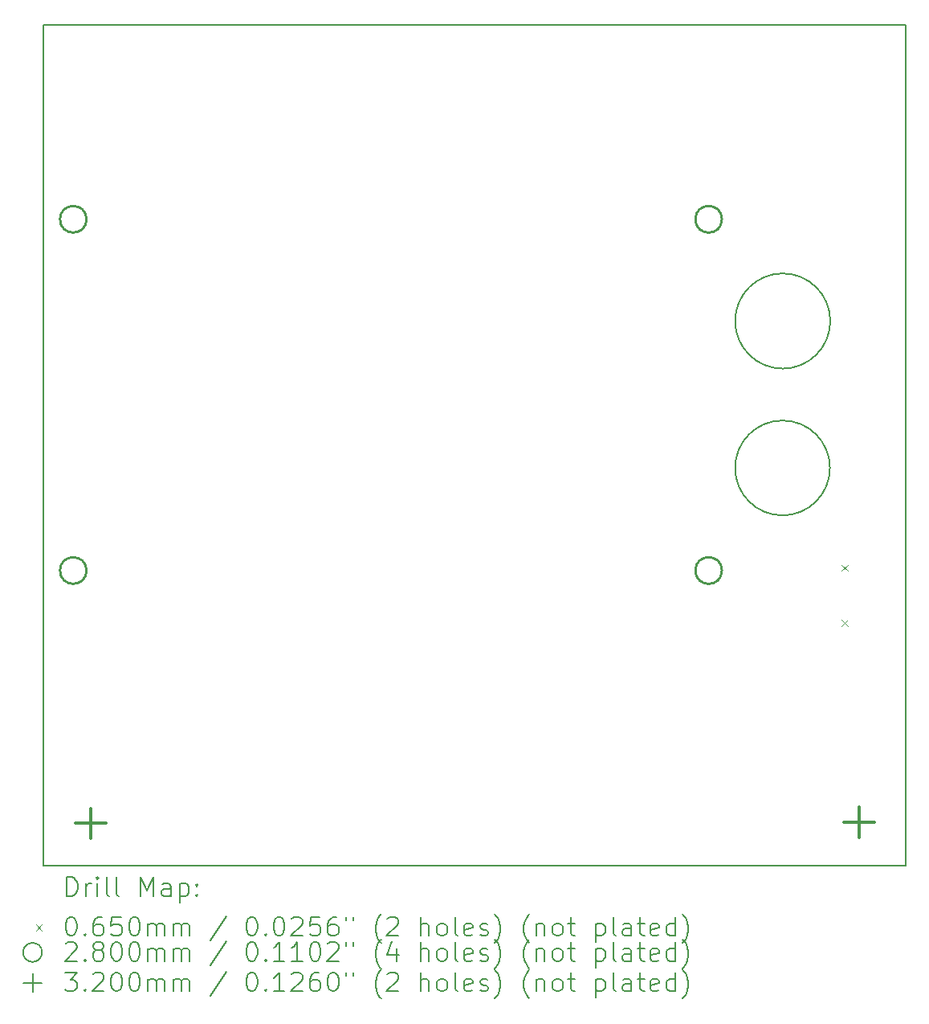
<source format=gbr>
%TF.GenerationSoftware,KiCad,Pcbnew,9.0.5*%
%TF.CreationDate,2025-11-16T19:48:43+01:00*%
%TF.ProjectId,OSCAR_Proc,4f534341-525f-4507-926f-632e6b696361,rev?*%
%TF.SameCoordinates,Original*%
%TF.FileFunction,Drillmap*%
%TF.FilePolarity,Positive*%
%FSLAX45Y45*%
G04 Gerber Fmt 4.5, Leading zero omitted, Abs format (unit mm)*
G04 Created by KiCad (PCBNEW 9.0.5) date 2025-11-16 19:48:43*
%MOMM*%
%LPD*%
G01*
G04 APERTURE LIST*
%ADD10C,0.200000*%
%ADD11C,0.100000*%
%ADD12C,0.280000*%
%ADD13C,0.320000*%
G04 APERTURE END LIST*
D10*
X10437000Y-2344000D02*
X19537000Y-2344000D01*
X19537000Y-11200000D01*
X10437000Y-11200000D01*
X10437000Y-2344000D01*
X18738483Y-5463517D02*
G75*
G02*
X17735517Y-5463517I-501483J0D01*
G01*
X17735517Y-5463517D02*
G75*
G02*
X18738483Y-5463517I501483J0D01*
G01*
X18734917Y-7011083D02*
G75*
G02*
X17735083Y-7011083I-499917J0D01*
G01*
X17735083Y-7011083D02*
G75*
G02*
X18734917Y-7011083I499917J0D01*
G01*
D11*
X18855500Y-8031500D02*
X18920500Y-8096500D01*
X18920500Y-8031500D02*
X18855500Y-8096500D01*
X18855500Y-8609500D02*
X18920500Y-8674500D01*
X18920500Y-8609500D02*
X18855500Y-8674500D01*
D12*
X10896000Y-4392000D02*
G75*
G02*
X10616000Y-4392000I-140000J0D01*
G01*
X10616000Y-4392000D02*
G75*
G02*
X10896000Y-4392000I140000J0D01*
G01*
X10896000Y-8092000D02*
G75*
G02*
X10616000Y-8092000I-140000J0D01*
G01*
X10616000Y-8092000D02*
G75*
G02*
X10896000Y-8092000I140000J0D01*
G01*
X17596000Y-4392000D02*
G75*
G02*
X17316000Y-4392000I-140000J0D01*
G01*
X17316000Y-4392000D02*
G75*
G02*
X17596000Y-4392000I140000J0D01*
G01*
X17596000Y-8092000D02*
G75*
G02*
X17316000Y-8092000I-140000J0D01*
G01*
X17316000Y-8092000D02*
G75*
G02*
X17596000Y-8092000I140000J0D01*
G01*
D13*
X10942000Y-10596000D02*
X10942000Y-10916000D01*
X10782000Y-10756000D02*
X11102000Y-10756000D01*
X19040000Y-10585000D02*
X19040000Y-10905000D01*
X18880000Y-10745000D02*
X19200000Y-10745000D01*
D10*
X10687777Y-11521484D02*
X10687777Y-11321484D01*
X10687777Y-11321484D02*
X10735396Y-11321484D01*
X10735396Y-11321484D02*
X10763967Y-11331008D01*
X10763967Y-11331008D02*
X10783015Y-11350055D01*
X10783015Y-11350055D02*
X10792539Y-11369103D01*
X10792539Y-11369103D02*
X10802063Y-11407198D01*
X10802063Y-11407198D02*
X10802063Y-11435769D01*
X10802063Y-11435769D02*
X10792539Y-11473865D01*
X10792539Y-11473865D02*
X10783015Y-11492912D01*
X10783015Y-11492912D02*
X10763967Y-11511960D01*
X10763967Y-11511960D02*
X10735396Y-11521484D01*
X10735396Y-11521484D02*
X10687777Y-11521484D01*
X10887777Y-11521484D02*
X10887777Y-11388150D01*
X10887777Y-11426246D02*
X10897301Y-11407198D01*
X10897301Y-11407198D02*
X10906824Y-11397674D01*
X10906824Y-11397674D02*
X10925872Y-11388150D01*
X10925872Y-11388150D02*
X10944920Y-11388150D01*
X11011586Y-11521484D02*
X11011586Y-11388150D01*
X11011586Y-11321484D02*
X11002063Y-11331008D01*
X11002063Y-11331008D02*
X11011586Y-11340531D01*
X11011586Y-11340531D02*
X11021110Y-11331008D01*
X11021110Y-11331008D02*
X11011586Y-11321484D01*
X11011586Y-11321484D02*
X11011586Y-11340531D01*
X11135396Y-11521484D02*
X11116348Y-11511960D01*
X11116348Y-11511960D02*
X11106824Y-11492912D01*
X11106824Y-11492912D02*
X11106824Y-11321484D01*
X11240158Y-11521484D02*
X11221110Y-11511960D01*
X11221110Y-11511960D02*
X11211586Y-11492912D01*
X11211586Y-11492912D02*
X11211586Y-11321484D01*
X11468729Y-11521484D02*
X11468729Y-11321484D01*
X11468729Y-11321484D02*
X11535396Y-11464341D01*
X11535396Y-11464341D02*
X11602062Y-11321484D01*
X11602062Y-11321484D02*
X11602062Y-11521484D01*
X11783015Y-11521484D02*
X11783015Y-11416722D01*
X11783015Y-11416722D02*
X11773491Y-11397674D01*
X11773491Y-11397674D02*
X11754443Y-11388150D01*
X11754443Y-11388150D02*
X11716348Y-11388150D01*
X11716348Y-11388150D02*
X11697301Y-11397674D01*
X11783015Y-11511960D02*
X11763967Y-11521484D01*
X11763967Y-11521484D02*
X11716348Y-11521484D01*
X11716348Y-11521484D02*
X11697301Y-11511960D01*
X11697301Y-11511960D02*
X11687777Y-11492912D01*
X11687777Y-11492912D02*
X11687777Y-11473865D01*
X11687777Y-11473865D02*
X11697301Y-11454817D01*
X11697301Y-11454817D02*
X11716348Y-11445293D01*
X11716348Y-11445293D02*
X11763967Y-11445293D01*
X11763967Y-11445293D02*
X11783015Y-11435769D01*
X11878253Y-11388150D02*
X11878253Y-11588150D01*
X11878253Y-11397674D02*
X11897301Y-11388150D01*
X11897301Y-11388150D02*
X11935396Y-11388150D01*
X11935396Y-11388150D02*
X11954443Y-11397674D01*
X11954443Y-11397674D02*
X11963967Y-11407198D01*
X11963967Y-11407198D02*
X11973491Y-11426246D01*
X11973491Y-11426246D02*
X11973491Y-11483388D01*
X11973491Y-11483388D02*
X11963967Y-11502436D01*
X11963967Y-11502436D02*
X11954443Y-11511960D01*
X11954443Y-11511960D02*
X11935396Y-11521484D01*
X11935396Y-11521484D02*
X11897301Y-11521484D01*
X11897301Y-11521484D02*
X11878253Y-11511960D01*
X12059205Y-11502436D02*
X12068729Y-11511960D01*
X12068729Y-11511960D02*
X12059205Y-11521484D01*
X12059205Y-11521484D02*
X12049682Y-11511960D01*
X12049682Y-11511960D02*
X12059205Y-11502436D01*
X12059205Y-11502436D02*
X12059205Y-11521484D01*
X12059205Y-11397674D02*
X12068729Y-11407198D01*
X12068729Y-11407198D02*
X12059205Y-11416722D01*
X12059205Y-11416722D02*
X12049682Y-11407198D01*
X12049682Y-11407198D02*
X12059205Y-11397674D01*
X12059205Y-11397674D02*
X12059205Y-11416722D01*
D11*
X10362000Y-11817500D02*
X10427000Y-11882500D01*
X10427000Y-11817500D02*
X10362000Y-11882500D01*
D10*
X10725872Y-11741484D02*
X10744920Y-11741484D01*
X10744920Y-11741484D02*
X10763967Y-11751008D01*
X10763967Y-11751008D02*
X10773491Y-11760531D01*
X10773491Y-11760531D02*
X10783015Y-11779579D01*
X10783015Y-11779579D02*
X10792539Y-11817674D01*
X10792539Y-11817674D02*
X10792539Y-11865293D01*
X10792539Y-11865293D02*
X10783015Y-11903388D01*
X10783015Y-11903388D02*
X10773491Y-11922436D01*
X10773491Y-11922436D02*
X10763967Y-11931960D01*
X10763967Y-11931960D02*
X10744920Y-11941484D01*
X10744920Y-11941484D02*
X10725872Y-11941484D01*
X10725872Y-11941484D02*
X10706824Y-11931960D01*
X10706824Y-11931960D02*
X10697301Y-11922436D01*
X10697301Y-11922436D02*
X10687777Y-11903388D01*
X10687777Y-11903388D02*
X10678253Y-11865293D01*
X10678253Y-11865293D02*
X10678253Y-11817674D01*
X10678253Y-11817674D02*
X10687777Y-11779579D01*
X10687777Y-11779579D02*
X10697301Y-11760531D01*
X10697301Y-11760531D02*
X10706824Y-11751008D01*
X10706824Y-11751008D02*
X10725872Y-11741484D01*
X10878253Y-11922436D02*
X10887777Y-11931960D01*
X10887777Y-11931960D02*
X10878253Y-11941484D01*
X10878253Y-11941484D02*
X10868729Y-11931960D01*
X10868729Y-11931960D02*
X10878253Y-11922436D01*
X10878253Y-11922436D02*
X10878253Y-11941484D01*
X11059205Y-11741484D02*
X11021110Y-11741484D01*
X11021110Y-11741484D02*
X11002063Y-11751008D01*
X11002063Y-11751008D02*
X10992539Y-11760531D01*
X10992539Y-11760531D02*
X10973491Y-11789103D01*
X10973491Y-11789103D02*
X10963967Y-11827198D01*
X10963967Y-11827198D02*
X10963967Y-11903388D01*
X10963967Y-11903388D02*
X10973491Y-11922436D01*
X10973491Y-11922436D02*
X10983015Y-11931960D01*
X10983015Y-11931960D02*
X11002063Y-11941484D01*
X11002063Y-11941484D02*
X11040158Y-11941484D01*
X11040158Y-11941484D02*
X11059205Y-11931960D01*
X11059205Y-11931960D02*
X11068729Y-11922436D01*
X11068729Y-11922436D02*
X11078253Y-11903388D01*
X11078253Y-11903388D02*
X11078253Y-11855769D01*
X11078253Y-11855769D02*
X11068729Y-11836722D01*
X11068729Y-11836722D02*
X11059205Y-11827198D01*
X11059205Y-11827198D02*
X11040158Y-11817674D01*
X11040158Y-11817674D02*
X11002063Y-11817674D01*
X11002063Y-11817674D02*
X10983015Y-11827198D01*
X10983015Y-11827198D02*
X10973491Y-11836722D01*
X10973491Y-11836722D02*
X10963967Y-11855769D01*
X11259205Y-11741484D02*
X11163967Y-11741484D01*
X11163967Y-11741484D02*
X11154444Y-11836722D01*
X11154444Y-11836722D02*
X11163967Y-11827198D01*
X11163967Y-11827198D02*
X11183015Y-11817674D01*
X11183015Y-11817674D02*
X11230634Y-11817674D01*
X11230634Y-11817674D02*
X11249682Y-11827198D01*
X11249682Y-11827198D02*
X11259205Y-11836722D01*
X11259205Y-11836722D02*
X11268729Y-11855769D01*
X11268729Y-11855769D02*
X11268729Y-11903388D01*
X11268729Y-11903388D02*
X11259205Y-11922436D01*
X11259205Y-11922436D02*
X11249682Y-11931960D01*
X11249682Y-11931960D02*
X11230634Y-11941484D01*
X11230634Y-11941484D02*
X11183015Y-11941484D01*
X11183015Y-11941484D02*
X11163967Y-11931960D01*
X11163967Y-11931960D02*
X11154444Y-11922436D01*
X11392539Y-11741484D02*
X11411586Y-11741484D01*
X11411586Y-11741484D02*
X11430634Y-11751008D01*
X11430634Y-11751008D02*
X11440158Y-11760531D01*
X11440158Y-11760531D02*
X11449682Y-11779579D01*
X11449682Y-11779579D02*
X11459205Y-11817674D01*
X11459205Y-11817674D02*
X11459205Y-11865293D01*
X11459205Y-11865293D02*
X11449682Y-11903388D01*
X11449682Y-11903388D02*
X11440158Y-11922436D01*
X11440158Y-11922436D02*
X11430634Y-11931960D01*
X11430634Y-11931960D02*
X11411586Y-11941484D01*
X11411586Y-11941484D02*
X11392539Y-11941484D01*
X11392539Y-11941484D02*
X11373491Y-11931960D01*
X11373491Y-11931960D02*
X11363967Y-11922436D01*
X11363967Y-11922436D02*
X11354443Y-11903388D01*
X11354443Y-11903388D02*
X11344920Y-11865293D01*
X11344920Y-11865293D02*
X11344920Y-11817674D01*
X11344920Y-11817674D02*
X11354443Y-11779579D01*
X11354443Y-11779579D02*
X11363967Y-11760531D01*
X11363967Y-11760531D02*
X11373491Y-11751008D01*
X11373491Y-11751008D02*
X11392539Y-11741484D01*
X11544920Y-11941484D02*
X11544920Y-11808150D01*
X11544920Y-11827198D02*
X11554443Y-11817674D01*
X11554443Y-11817674D02*
X11573491Y-11808150D01*
X11573491Y-11808150D02*
X11602063Y-11808150D01*
X11602063Y-11808150D02*
X11621110Y-11817674D01*
X11621110Y-11817674D02*
X11630634Y-11836722D01*
X11630634Y-11836722D02*
X11630634Y-11941484D01*
X11630634Y-11836722D02*
X11640158Y-11817674D01*
X11640158Y-11817674D02*
X11659205Y-11808150D01*
X11659205Y-11808150D02*
X11687777Y-11808150D01*
X11687777Y-11808150D02*
X11706824Y-11817674D01*
X11706824Y-11817674D02*
X11716348Y-11836722D01*
X11716348Y-11836722D02*
X11716348Y-11941484D01*
X11811586Y-11941484D02*
X11811586Y-11808150D01*
X11811586Y-11827198D02*
X11821110Y-11817674D01*
X11821110Y-11817674D02*
X11840158Y-11808150D01*
X11840158Y-11808150D02*
X11868729Y-11808150D01*
X11868729Y-11808150D02*
X11887777Y-11817674D01*
X11887777Y-11817674D02*
X11897301Y-11836722D01*
X11897301Y-11836722D02*
X11897301Y-11941484D01*
X11897301Y-11836722D02*
X11906824Y-11817674D01*
X11906824Y-11817674D02*
X11925872Y-11808150D01*
X11925872Y-11808150D02*
X11954443Y-11808150D01*
X11954443Y-11808150D02*
X11973491Y-11817674D01*
X11973491Y-11817674D02*
X11983015Y-11836722D01*
X11983015Y-11836722D02*
X11983015Y-11941484D01*
X12373491Y-11731960D02*
X12202063Y-11989103D01*
X12630634Y-11741484D02*
X12649682Y-11741484D01*
X12649682Y-11741484D02*
X12668729Y-11751008D01*
X12668729Y-11751008D02*
X12678253Y-11760531D01*
X12678253Y-11760531D02*
X12687777Y-11779579D01*
X12687777Y-11779579D02*
X12697301Y-11817674D01*
X12697301Y-11817674D02*
X12697301Y-11865293D01*
X12697301Y-11865293D02*
X12687777Y-11903388D01*
X12687777Y-11903388D02*
X12678253Y-11922436D01*
X12678253Y-11922436D02*
X12668729Y-11931960D01*
X12668729Y-11931960D02*
X12649682Y-11941484D01*
X12649682Y-11941484D02*
X12630634Y-11941484D01*
X12630634Y-11941484D02*
X12611586Y-11931960D01*
X12611586Y-11931960D02*
X12602063Y-11922436D01*
X12602063Y-11922436D02*
X12592539Y-11903388D01*
X12592539Y-11903388D02*
X12583015Y-11865293D01*
X12583015Y-11865293D02*
X12583015Y-11817674D01*
X12583015Y-11817674D02*
X12592539Y-11779579D01*
X12592539Y-11779579D02*
X12602063Y-11760531D01*
X12602063Y-11760531D02*
X12611586Y-11751008D01*
X12611586Y-11751008D02*
X12630634Y-11741484D01*
X12783015Y-11922436D02*
X12792539Y-11931960D01*
X12792539Y-11931960D02*
X12783015Y-11941484D01*
X12783015Y-11941484D02*
X12773491Y-11931960D01*
X12773491Y-11931960D02*
X12783015Y-11922436D01*
X12783015Y-11922436D02*
X12783015Y-11941484D01*
X12916348Y-11741484D02*
X12935396Y-11741484D01*
X12935396Y-11741484D02*
X12954444Y-11751008D01*
X12954444Y-11751008D02*
X12963967Y-11760531D01*
X12963967Y-11760531D02*
X12973491Y-11779579D01*
X12973491Y-11779579D02*
X12983015Y-11817674D01*
X12983015Y-11817674D02*
X12983015Y-11865293D01*
X12983015Y-11865293D02*
X12973491Y-11903388D01*
X12973491Y-11903388D02*
X12963967Y-11922436D01*
X12963967Y-11922436D02*
X12954444Y-11931960D01*
X12954444Y-11931960D02*
X12935396Y-11941484D01*
X12935396Y-11941484D02*
X12916348Y-11941484D01*
X12916348Y-11941484D02*
X12897301Y-11931960D01*
X12897301Y-11931960D02*
X12887777Y-11922436D01*
X12887777Y-11922436D02*
X12878253Y-11903388D01*
X12878253Y-11903388D02*
X12868729Y-11865293D01*
X12868729Y-11865293D02*
X12868729Y-11817674D01*
X12868729Y-11817674D02*
X12878253Y-11779579D01*
X12878253Y-11779579D02*
X12887777Y-11760531D01*
X12887777Y-11760531D02*
X12897301Y-11751008D01*
X12897301Y-11751008D02*
X12916348Y-11741484D01*
X13059206Y-11760531D02*
X13068729Y-11751008D01*
X13068729Y-11751008D02*
X13087777Y-11741484D01*
X13087777Y-11741484D02*
X13135396Y-11741484D01*
X13135396Y-11741484D02*
X13154444Y-11751008D01*
X13154444Y-11751008D02*
X13163967Y-11760531D01*
X13163967Y-11760531D02*
X13173491Y-11779579D01*
X13173491Y-11779579D02*
X13173491Y-11798627D01*
X13173491Y-11798627D02*
X13163967Y-11827198D01*
X13163967Y-11827198D02*
X13049682Y-11941484D01*
X13049682Y-11941484D02*
X13173491Y-11941484D01*
X13354444Y-11741484D02*
X13259206Y-11741484D01*
X13259206Y-11741484D02*
X13249682Y-11836722D01*
X13249682Y-11836722D02*
X13259206Y-11827198D01*
X13259206Y-11827198D02*
X13278253Y-11817674D01*
X13278253Y-11817674D02*
X13325872Y-11817674D01*
X13325872Y-11817674D02*
X13344920Y-11827198D01*
X13344920Y-11827198D02*
X13354444Y-11836722D01*
X13354444Y-11836722D02*
X13363967Y-11855769D01*
X13363967Y-11855769D02*
X13363967Y-11903388D01*
X13363967Y-11903388D02*
X13354444Y-11922436D01*
X13354444Y-11922436D02*
X13344920Y-11931960D01*
X13344920Y-11931960D02*
X13325872Y-11941484D01*
X13325872Y-11941484D02*
X13278253Y-11941484D01*
X13278253Y-11941484D02*
X13259206Y-11931960D01*
X13259206Y-11931960D02*
X13249682Y-11922436D01*
X13535396Y-11741484D02*
X13497301Y-11741484D01*
X13497301Y-11741484D02*
X13478253Y-11751008D01*
X13478253Y-11751008D02*
X13468729Y-11760531D01*
X13468729Y-11760531D02*
X13449682Y-11789103D01*
X13449682Y-11789103D02*
X13440158Y-11827198D01*
X13440158Y-11827198D02*
X13440158Y-11903388D01*
X13440158Y-11903388D02*
X13449682Y-11922436D01*
X13449682Y-11922436D02*
X13459206Y-11931960D01*
X13459206Y-11931960D02*
X13478253Y-11941484D01*
X13478253Y-11941484D02*
X13516348Y-11941484D01*
X13516348Y-11941484D02*
X13535396Y-11931960D01*
X13535396Y-11931960D02*
X13544920Y-11922436D01*
X13544920Y-11922436D02*
X13554444Y-11903388D01*
X13554444Y-11903388D02*
X13554444Y-11855769D01*
X13554444Y-11855769D02*
X13544920Y-11836722D01*
X13544920Y-11836722D02*
X13535396Y-11827198D01*
X13535396Y-11827198D02*
X13516348Y-11817674D01*
X13516348Y-11817674D02*
X13478253Y-11817674D01*
X13478253Y-11817674D02*
X13459206Y-11827198D01*
X13459206Y-11827198D02*
X13449682Y-11836722D01*
X13449682Y-11836722D02*
X13440158Y-11855769D01*
X13630634Y-11741484D02*
X13630634Y-11779579D01*
X13706825Y-11741484D02*
X13706825Y-11779579D01*
X14002063Y-12017674D02*
X13992539Y-12008150D01*
X13992539Y-12008150D02*
X13973491Y-11979579D01*
X13973491Y-11979579D02*
X13963968Y-11960531D01*
X13963968Y-11960531D02*
X13954444Y-11931960D01*
X13954444Y-11931960D02*
X13944920Y-11884341D01*
X13944920Y-11884341D02*
X13944920Y-11846246D01*
X13944920Y-11846246D02*
X13954444Y-11798627D01*
X13954444Y-11798627D02*
X13963968Y-11770055D01*
X13963968Y-11770055D02*
X13973491Y-11751008D01*
X13973491Y-11751008D02*
X13992539Y-11722436D01*
X13992539Y-11722436D02*
X14002063Y-11712912D01*
X14068729Y-11760531D02*
X14078253Y-11751008D01*
X14078253Y-11751008D02*
X14097301Y-11741484D01*
X14097301Y-11741484D02*
X14144920Y-11741484D01*
X14144920Y-11741484D02*
X14163968Y-11751008D01*
X14163968Y-11751008D02*
X14173491Y-11760531D01*
X14173491Y-11760531D02*
X14183015Y-11779579D01*
X14183015Y-11779579D02*
X14183015Y-11798627D01*
X14183015Y-11798627D02*
X14173491Y-11827198D01*
X14173491Y-11827198D02*
X14059206Y-11941484D01*
X14059206Y-11941484D02*
X14183015Y-11941484D01*
X14421110Y-11941484D02*
X14421110Y-11741484D01*
X14506825Y-11941484D02*
X14506825Y-11836722D01*
X14506825Y-11836722D02*
X14497301Y-11817674D01*
X14497301Y-11817674D02*
X14478253Y-11808150D01*
X14478253Y-11808150D02*
X14449682Y-11808150D01*
X14449682Y-11808150D02*
X14430634Y-11817674D01*
X14430634Y-11817674D02*
X14421110Y-11827198D01*
X14630634Y-11941484D02*
X14611587Y-11931960D01*
X14611587Y-11931960D02*
X14602063Y-11922436D01*
X14602063Y-11922436D02*
X14592539Y-11903388D01*
X14592539Y-11903388D02*
X14592539Y-11846246D01*
X14592539Y-11846246D02*
X14602063Y-11827198D01*
X14602063Y-11827198D02*
X14611587Y-11817674D01*
X14611587Y-11817674D02*
X14630634Y-11808150D01*
X14630634Y-11808150D02*
X14659206Y-11808150D01*
X14659206Y-11808150D02*
X14678253Y-11817674D01*
X14678253Y-11817674D02*
X14687777Y-11827198D01*
X14687777Y-11827198D02*
X14697301Y-11846246D01*
X14697301Y-11846246D02*
X14697301Y-11903388D01*
X14697301Y-11903388D02*
X14687777Y-11922436D01*
X14687777Y-11922436D02*
X14678253Y-11931960D01*
X14678253Y-11931960D02*
X14659206Y-11941484D01*
X14659206Y-11941484D02*
X14630634Y-11941484D01*
X14811587Y-11941484D02*
X14792539Y-11931960D01*
X14792539Y-11931960D02*
X14783015Y-11912912D01*
X14783015Y-11912912D02*
X14783015Y-11741484D01*
X14963968Y-11931960D02*
X14944920Y-11941484D01*
X14944920Y-11941484D02*
X14906825Y-11941484D01*
X14906825Y-11941484D02*
X14887777Y-11931960D01*
X14887777Y-11931960D02*
X14878253Y-11912912D01*
X14878253Y-11912912D02*
X14878253Y-11836722D01*
X14878253Y-11836722D02*
X14887777Y-11817674D01*
X14887777Y-11817674D02*
X14906825Y-11808150D01*
X14906825Y-11808150D02*
X14944920Y-11808150D01*
X14944920Y-11808150D02*
X14963968Y-11817674D01*
X14963968Y-11817674D02*
X14973491Y-11836722D01*
X14973491Y-11836722D02*
X14973491Y-11855769D01*
X14973491Y-11855769D02*
X14878253Y-11874817D01*
X15049682Y-11931960D02*
X15068730Y-11941484D01*
X15068730Y-11941484D02*
X15106825Y-11941484D01*
X15106825Y-11941484D02*
X15125872Y-11931960D01*
X15125872Y-11931960D02*
X15135396Y-11912912D01*
X15135396Y-11912912D02*
X15135396Y-11903388D01*
X15135396Y-11903388D02*
X15125872Y-11884341D01*
X15125872Y-11884341D02*
X15106825Y-11874817D01*
X15106825Y-11874817D02*
X15078253Y-11874817D01*
X15078253Y-11874817D02*
X15059206Y-11865293D01*
X15059206Y-11865293D02*
X15049682Y-11846246D01*
X15049682Y-11846246D02*
X15049682Y-11836722D01*
X15049682Y-11836722D02*
X15059206Y-11817674D01*
X15059206Y-11817674D02*
X15078253Y-11808150D01*
X15078253Y-11808150D02*
X15106825Y-11808150D01*
X15106825Y-11808150D02*
X15125872Y-11817674D01*
X15202063Y-12017674D02*
X15211587Y-12008150D01*
X15211587Y-12008150D02*
X15230634Y-11979579D01*
X15230634Y-11979579D02*
X15240158Y-11960531D01*
X15240158Y-11960531D02*
X15249682Y-11931960D01*
X15249682Y-11931960D02*
X15259206Y-11884341D01*
X15259206Y-11884341D02*
X15259206Y-11846246D01*
X15259206Y-11846246D02*
X15249682Y-11798627D01*
X15249682Y-11798627D02*
X15240158Y-11770055D01*
X15240158Y-11770055D02*
X15230634Y-11751008D01*
X15230634Y-11751008D02*
X15211587Y-11722436D01*
X15211587Y-11722436D02*
X15202063Y-11712912D01*
X15563968Y-12017674D02*
X15554444Y-12008150D01*
X15554444Y-12008150D02*
X15535396Y-11979579D01*
X15535396Y-11979579D02*
X15525872Y-11960531D01*
X15525872Y-11960531D02*
X15516349Y-11931960D01*
X15516349Y-11931960D02*
X15506825Y-11884341D01*
X15506825Y-11884341D02*
X15506825Y-11846246D01*
X15506825Y-11846246D02*
X15516349Y-11798627D01*
X15516349Y-11798627D02*
X15525872Y-11770055D01*
X15525872Y-11770055D02*
X15535396Y-11751008D01*
X15535396Y-11751008D02*
X15554444Y-11722436D01*
X15554444Y-11722436D02*
X15563968Y-11712912D01*
X15640158Y-11808150D02*
X15640158Y-11941484D01*
X15640158Y-11827198D02*
X15649682Y-11817674D01*
X15649682Y-11817674D02*
X15668730Y-11808150D01*
X15668730Y-11808150D02*
X15697301Y-11808150D01*
X15697301Y-11808150D02*
X15716349Y-11817674D01*
X15716349Y-11817674D02*
X15725872Y-11836722D01*
X15725872Y-11836722D02*
X15725872Y-11941484D01*
X15849682Y-11941484D02*
X15830634Y-11931960D01*
X15830634Y-11931960D02*
X15821111Y-11922436D01*
X15821111Y-11922436D02*
X15811587Y-11903388D01*
X15811587Y-11903388D02*
X15811587Y-11846246D01*
X15811587Y-11846246D02*
X15821111Y-11827198D01*
X15821111Y-11827198D02*
X15830634Y-11817674D01*
X15830634Y-11817674D02*
X15849682Y-11808150D01*
X15849682Y-11808150D02*
X15878253Y-11808150D01*
X15878253Y-11808150D02*
X15897301Y-11817674D01*
X15897301Y-11817674D02*
X15906825Y-11827198D01*
X15906825Y-11827198D02*
X15916349Y-11846246D01*
X15916349Y-11846246D02*
X15916349Y-11903388D01*
X15916349Y-11903388D02*
X15906825Y-11922436D01*
X15906825Y-11922436D02*
X15897301Y-11931960D01*
X15897301Y-11931960D02*
X15878253Y-11941484D01*
X15878253Y-11941484D02*
X15849682Y-11941484D01*
X15973492Y-11808150D02*
X16049682Y-11808150D01*
X16002063Y-11741484D02*
X16002063Y-11912912D01*
X16002063Y-11912912D02*
X16011587Y-11931960D01*
X16011587Y-11931960D02*
X16030634Y-11941484D01*
X16030634Y-11941484D02*
X16049682Y-11941484D01*
X16268730Y-11808150D02*
X16268730Y-12008150D01*
X16268730Y-11817674D02*
X16287777Y-11808150D01*
X16287777Y-11808150D02*
X16325873Y-11808150D01*
X16325873Y-11808150D02*
X16344920Y-11817674D01*
X16344920Y-11817674D02*
X16354444Y-11827198D01*
X16354444Y-11827198D02*
X16363968Y-11846246D01*
X16363968Y-11846246D02*
X16363968Y-11903388D01*
X16363968Y-11903388D02*
X16354444Y-11922436D01*
X16354444Y-11922436D02*
X16344920Y-11931960D01*
X16344920Y-11931960D02*
X16325873Y-11941484D01*
X16325873Y-11941484D02*
X16287777Y-11941484D01*
X16287777Y-11941484D02*
X16268730Y-11931960D01*
X16478253Y-11941484D02*
X16459206Y-11931960D01*
X16459206Y-11931960D02*
X16449682Y-11912912D01*
X16449682Y-11912912D02*
X16449682Y-11741484D01*
X16640158Y-11941484D02*
X16640158Y-11836722D01*
X16640158Y-11836722D02*
X16630634Y-11817674D01*
X16630634Y-11817674D02*
X16611587Y-11808150D01*
X16611587Y-11808150D02*
X16573492Y-11808150D01*
X16573492Y-11808150D02*
X16554444Y-11817674D01*
X16640158Y-11931960D02*
X16621111Y-11941484D01*
X16621111Y-11941484D02*
X16573492Y-11941484D01*
X16573492Y-11941484D02*
X16554444Y-11931960D01*
X16554444Y-11931960D02*
X16544920Y-11912912D01*
X16544920Y-11912912D02*
X16544920Y-11893865D01*
X16544920Y-11893865D02*
X16554444Y-11874817D01*
X16554444Y-11874817D02*
X16573492Y-11865293D01*
X16573492Y-11865293D02*
X16621111Y-11865293D01*
X16621111Y-11865293D02*
X16640158Y-11855769D01*
X16706825Y-11808150D02*
X16783015Y-11808150D01*
X16735396Y-11741484D02*
X16735396Y-11912912D01*
X16735396Y-11912912D02*
X16744920Y-11931960D01*
X16744920Y-11931960D02*
X16763968Y-11941484D01*
X16763968Y-11941484D02*
X16783015Y-11941484D01*
X16925873Y-11931960D02*
X16906825Y-11941484D01*
X16906825Y-11941484D02*
X16868730Y-11941484D01*
X16868730Y-11941484D02*
X16849682Y-11931960D01*
X16849682Y-11931960D02*
X16840158Y-11912912D01*
X16840158Y-11912912D02*
X16840158Y-11836722D01*
X16840158Y-11836722D02*
X16849682Y-11817674D01*
X16849682Y-11817674D02*
X16868730Y-11808150D01*
X16868730Y-11808150D02*
X16906825Y-11808150D01*
X16906825Y-11808150D02*
X16925873Y-11817674D01*
X16925873Y-11817674D02*
X16935396Y-11836722D01*
X16935396Y-11836722D02*
X16935396Y-11855769D01*
X16935396Y-11855769D02*
X16840158Y-11874817D01*
X17106825Y-11941484D02*
X17106825Y-11741484D01*
X17106825Y-11931960D02*
X17087777Y-11941484D01*
X17087777Y-11941484D02*
X17049682Y-11941484D01*
X17049682Y-11941484D02*
X17030635Y-11931960D01*
X17030635Y-11931960D02*
X17021111Y-11922436D01*
X17021111Y-11922436D02*
X17011587Y-11903388D01*
X17011587Y-11903388D02*
X17011587Y-11846246D01*
X17011587Y-11846246D02*
X17021111Y-11827198D01*
X17021111Y-11827198D02*
X17030635Y-11817674D01*
X17030635Y-11817674D02*
X17049682Y-11808150D01*
X17049682Y-11808150D02*
X17087777Y-11808150D01*
X17087777Y-11808150D02*
X17106825Y-11817674D01*
X17183016Y-12017674D02*
X17192539Y-12008150D01*
X17192539Y-12008150D02*
X17211587Y-11979579D01*
X17211587Y-11979579D02*
X17221111Y-11960531D01*
X17221111Y-11960531D02*
X17230635Y-11931960D01*
X17230635Y-11931960D02*
X17240158Y-11884341D01*
X17240158Y-11884341D02*
X17240158Y-11846246D01*
X17240158Y-11846246D02*
X17230635Y-11798627D01*
X17230635Y-11798627D02*
X17221111Y-11770055D01*
X17221111Y-11770055D02*
X17211587Y-11751008D01*
X17211587Y-11751008D02*
X17192539Y-11722436D01*
X17192539Y-11722436D02*
X17183016Y-11712912D01*
X10427000Y-12114000D02*
G75*
G02*
X10227000Y-12114000I-100000J0D01*
G01*
X10227000Y-12114000D02*
G75*
G02*
X10427000Y-12114000I100000J0D01*
G01*
X10678253Y-12024531D02*
X10687777Y-12015008D01*
X10687777Y-12015008D02*
X10706824Y-12005484D01*
X10706824Y-12005484D02*
X10754444Y-12005484D01*
X10754444Y-12005484D02*
X10773491Y-12015008D01*
X10773491Y-12015008D02*
X10783015Y-12024531D01*
X10783015Y-12024531D02*
X10792539Y-12043579D01*
X10792539Y-12043579D02*
X10792539Y-12062627D01*
X10792539Y-12062627D02*
X10783015Y-12091198D01*
X10783015Y-12091198D02*
X10668729Y-12205484D01*
X10668729Y-12205484D02*
X10792539Y-12205484D01*
X10878253Y-12186436D02*
X10887777Y-12195960D01*
X10887777Y-12195960D02*
X10878253Y-12205484D01*
X10878253Y-12205484D02*
X10868729Y-12195960D01*
X10868729Y-12195960D02*
X10878253Y-12186436D01*
X10878253Y-12186436D02*
X10878253Y-12205484D01*
X11002063Y-12091198D02*
X10983015Y-12081674D01*
X10983015Y-12081674D02*
X10973491Y-12072150D01*
X10973491Y-12072150D02*
X10963967Y-12053103D01*
X10963967Y-12053103D02*
X10963967Y-12043579D01*
X10963967Y-12043579D02*
X10973491Y-12024531D01*
X10973491Y-12024531D02*
X10983015Y-12015008D01*
X10983015Y-12015008D02*
X11002063Y-12005484D01*
X11002063Y-12005484D02*
X11040158Y-12005484D01*
X11040158Y-12005484D02*
X11059205Y-12015008D01*
X11059205Y-12015008D02*
X11068729Y-12024531D01*
X11068729Y-12024531D02*
X11078253Y-12043579D01*
X11078253Y-12043579D02*
X11078253Y-12053103D01*
X11078253Y-12053103D02*
X11068729Y-12072150D01*
X11068729Y-12072150D02*
X11059205Y-12081674D01*
X11059205Y-12081674D02*
X11040158Y-12091198D01*
X11040158Y-12091198D02*
X11002063Y-12091198D01*
X11002063Y-12091198D02*
X10983015Y-12100722D01*
X10983015Y-12100722D02*
X10973491Y-12110246D01*
X10973491Y-12110246D02*
X10963967Y-12129293D01*
X10963967Y-12129293D02*
X10963967Y-12167388D01*
X10963967Y-12167388D02*
X10973491Y-12186436D01*
X10973491Y-12186436D02*
X10983015Y-12195960D01*
X10983015Y-12195960D02*
X11002063Y-12205484D01*
X11002063Y-12205484D02*
X11040158Y-12205484D01*
X11040158Y-12205484D02*
X11059205Y-12195960D01*
X11059205Y-12195960D02*
X11068729Y-12186436D01*
X11068729Y-12186436D02*
X11078253Y-12167388D01*
X11078253Y-12167388D02*
X11078253Y-12129293D01*
X11078253Y-12129293D02*
X11068729Y-12110246D01*
X11068729Y-12110246D02*
X11059205Y-12100722D01*
X11059205Y-12100722D02*
X11040158Y-12091198D01*
X11202062Y-12005484D02*
X11221110Y-12005484D01*
X11221110Y-12005484D02*
X11240158Y-12015008D01*
X11240158Y-12015008D02*
X11249682Y-12024531D01*
X11249682Y-12024531D02*
X11259205Y-12043579D01*
X11259205Y-12043579D02*
X11268729Y-12081674D01*
X11268729Y-12081674D02*
X11268729Y-12129293D01*
X11268729Y-12129293D02*
X11259205Y-12167388D01*
X11259205Y-12167388D02*
X11249682Y-12186436D01*
X11249682Y-12186436D02*
X11240158Y-12195960D01*
X11240158Y-12195960D02*
X11221110Y-12205484D01*
X11221110Y-12205484D02*
X11202062Y-12205484D01*
X11202062Y-12205484D02*
X11183015Y-12195960D01*
X11183015Y-12195960D02*
X11173491Y-12186436D01*
X11173491Y-12186436D02*
X11163967Y-12167388D01*
X11163967Y-12167388D02*
X11154444Y-12129293D01*
X11154444Y-12129293D02*
X11154444Y-12081674D01*
X11154444Y-12081674D02*
X11163967Y-12043579D01*
X11163967Y-12043579D02*
X11173491Y-12024531D01*
X11173491Y-12024531D02*
X11183015Y-12015008D01*
X11183015Y-12015008D02*
X11202062Y-12005484D01*
X11392539Y-12005484D02*
X11411586Y-12005484D01*
X11411586Y-12005484D02*
X11430634Y-12015008D01*
X11430634Y-12015008D02*
X11440158Y-12024531D01*
X11440158Y-12024531D02*
X11449682Y-12043579D01*
X11449682Y-12043579D02*
X11459205Y-12081674D01*
X11459205Y-12081674D02*
X11459205Y-12129293D01*
X11459205Y-12129293D02*
X11449682Y-12167388D01*
X11449682Y-12167388D02*
X11440158Y-12186436D01*
X11440158Y-12186436D02*
X11430634Y-12195960D01*
X11430634Y-12195960D02*
X11411586Y-12205484D01*
X11411586Y-12205484D02*
X11392539Y-12205484D01*
X11392539Y-12205484D02*
X11373491Y-12195960D01*
X11373491Y-12195960D02*
X11363967Y-12186436D01*
X11363967Y-12186436D02*
X11354443Y-12167388D01*
X11354443Y-12167388D02*
X11344920Y-12129293D01*
X11344920Y-12129293D02*
X11344920Y-12081674D01*
X11344920Y-12081674D02*
X11354443Y-12043579D01*
X11354443Y-12043579D02*
X11363967Y-12024531D01*
X11363967Y-12024531D02*
X11373491Y-12015008D01*
X11373491Y-12015008D02*
X11392539Y-12005484D01*
X11544920Y-12205484D02*
X11544920Y-12072150D01*
X11544920Y-12091198D02*
X11554443Y-12081674D01*
X11554443Y-12081674D02*
X11573491Y-12072150D01*
X11573491Y-12072150D02*
X11602063Y-12072150D01*
X11602063Y-12072150D02*
X11621110Y-12081674D01*
X11621110Y-12081674D02*
X11630634Y-12100722D01*
X11630634Y-12100722D02*
X11630634Y-12205484D01*
X11630634Y-12100722D02*
X11640158Y-12081674D01*
X11640158Y-12081674D02*
X11659205Y-12072150D01*
X11659205Y-12072150D02*
X11687777Y-12072150D01*
X11687777Y-12072150D02*
X11706824Y-12081674D01*
X11706824Y-12081674D02*
X11716348Y-12100722D01*
X11716348Y-12100722D02*
X11716348Y-12205484D01*
X11811586Y-12205484D02*
X11811586Y-12072150D01*
X11811586Y-12091198D02*
X11821110Y-12081674D01*
X11821110Y-12081674D02*
X11840158Y-12072150D01*
X11840158Y-12072150D02*
X11868729Y-12072150D01*
X11868729Y-12072150D02*
X11887777Y-12081674D01*
X11887777Y-12081674D02*
X11897301Y-12100722D01*
X11897301Y-12100722D02*
X11897301Y-12205484D01*
X11897301Y-12100722D02*
X11906824Y-12081674D01*
X11906824Y-12081674D02*
X11925872Y-12072150D01*
X11925872Y-12072150D02*
X11954443Y-12072150D01*
X11954443Y-12072150D02*
X11973491Y-12081674D01*
X11973491Y-12081674D02*
X11983015Y-12100722D01*
X11983015Y-12100722D02*
X11983015Y-12205484D01*
X12373491Y-11995960D02*
X12202063Y-12253103D01*
X12630634Y-12005484D02*
X12649682Y-12005484D01*
X12649682Y-12005484D02*
X12668729Y-12015008D01*
X12668729Y-12015008D02*
X12678253Y-12024531D01*
X12678253Y-12024531D02*
X12687777Y-12043579D01*
X12687777Y-12043579D02*
X12697301Y-12081674D01*
X12697301Y-12081674D02*
X12697301Y-12129293D01*
X12697301Y-12129293D02*
X12687777Y-12167388D01*
X12687777Y-12167388D02*
X12678253Y-12186436D01*
X12678253Y-12186436D02*
X12668729Y-12195960D01*
X12668729Y-12195960D02*
X12649682Y-12205484D01*
X12649682Y-12205484D02*
X12630634Y-12205484D01*
X12630634Y-12205484D02*
X12611586Y-12195960D01*
X12611586Y-12195960D02*
X12602063Y-12186436D01*
X12602063Y-12186436D02*
X12592539Y-12167388D01*
X12592539Y-12167388D02*
X12583015Y-12129293D01*
X12583015Y-12129293D02*
X12583015Y-12081674D01*
X12583015Y-12081674D02*
X12592539Y-12043579D01*
X12592539Y-12043579D02*
X12602063Y-12024531D01*
X12602063Y-12024531D02*
X12611586Y-12015008D01*
X12611586Y-12015008D02*
X12630634Y-12005484D01*
X12783015Y-12186436D02*
X12792539Y-12195960D01*
X12792539Y-12195960D02*
X12783015Y-12205484D01*
X12783015Y-12205484D02*
X12773491Y-12195960D01*
X12773491Y-12195960D02*
X12783015Y-12186436D01*
X12783015Y-12186436D02*
X12783015Y-12205484D01*
X12983015Y-12205484D02*
X12868729Y-12205484D01*
X12925872Y-12205484D02*
X12925872Y-12005484D01*
X12925872Y-12005484D02*
X12906825Y-12034055D01*
X12906825Y-12034055D02*
X12887777Y-12053103D01*
X12887777Y-12053103D02*
X12868729Y-12062627D01*
X13173491Y-12205484D02*
X13059206Y-12205484D01*
X13116348Y-12205484D02*
X13116348Y-12005484D01*
X13116348Y-12005484D02*
X13097301Y-12034055D01*
X13097301Y-12034055D02*
X13078253Y-12053103D01*
X13078253Y-12053103D02*
X13059206Y-12062627D01*
X13297301Y-12005484D02*
X13316348Y-12005484D01*
X13316348Y-12005484D02*
X13335396Y-12015008D01*
X13335396Y-12015008D02*
X13344920Y-12024531D01*
X13344920Y-12024531D02*
X13354444Y-12043579D01*
X13354444Y-12043579D02*
X13363967Y-12081674D01*
X13363967Y-12081674D02*
X13363967Y-12129293D01*
X13363967Y-12129293D02*
X13354444Y-12167388D01*
X13354444Y-12167388D02*
X13344920Y-12186436D01*
X13344920Y-12186436D02*
X13335396Y-12195960D01*
X13335396Y-12195960D02*
X13316348Y-12205484D01*
X13316348Y-12205484D02*
X13297301Y-12205484D01*
X13297301Y-12205484D02*
X13278253Y-12195960D01*
X13278253Y-12195960D02*
X13268729Y-12186436D01*
X13268729Y-12186436D02*
X13259206Y-12167388D01*
X13259206Y-12167388D02*
X13249682Y-12129293D01*
X13249682Y-12129293D02*
X13249682Y-12081674D01*
X13249682Y-12081674D02*
X13259206Y-12043579D01*
X13259206Y-12043579D02*
X13268729Y-12024531D01*
X13268729Y-12024531D02*
X13278253Y-12015008D01*
X13278253Y-12015008D02*
X13297301Y-12005484D01*
X13440158Y-12024531D02*
X13449682Y-12015008D01*
X13449682Y-12015008D02*
X13468729Y-12005484D01*
X13468729Y-12005484D02*
X13516348Y-12005484D01*
X13516348Y-12005484D02*
X13535396Y-12015008D01*
X13535396Y-12015008D02*
X13544920Y-12024531D01*
X13544920Y-12024531D02*
X13554444Y-12043579D01*
X13554444Y-12043579D02*
X13554444Y-12062627D01*
X13554444Y-12062627D02*
X13544920Y-12091198D01*
X13544920Y-12091198D02*
X13430634Y-12205484D01*
X13430634Y-12205484D02*
X13554444Y-12205484D01*
X13630634Y-12005484D02*
X13630634Y-12043579D01*
X13706825Y-12005484D02*
X13706825Y-12043579D01*
X14002063Y-12281674D02*
X13992539Y-12272150D01*
X13992539Y-12272150D02*
X13973491Y-12243579D01*
X13973491Y-12243579D02*
X13963968Y-12224531D01*
X13963968Y-12224531D02*
X13954444Y-12195960D01*
X13954444Y-12195960D02*
X13944920Y-12148341D01*
X13944920Y-12148341D02*
X13944920Y-12110246D01*
X13944920Y-12110246D02*
X13954444Y-12062627D01*
X13954444Y-12062627D02*
X13963968Y-12034055D01*
X13963968Y-12034055D02*
X13973491Y-12015008D01*
X13973491Y-12015008D02*
X13992539Y-11986436D01*
X13992539Y-11986436D02*
X14002063Y-11976912D01*
X14163968Y-12072150D02*
X14163968Y-12205484D01*
X14116348Y-11995960D02*
X14068729Y-12138817D01*
X14068729Y-12138817D02*
X14192539Y-12138817D01*
X14421110Y-12205484D02*
X14421110Y-12005484D01*
X14506825Y-12205484D02*
X14506825Y-12100722D01*
X14506825Y-12100722D02*
X14497301Y-12081674D01*
X14497301Y-12081674D02*
X14478253Y-12072150D01*
X14478253Y-12072150D02*
X14449682Y-12072150D01*
X14449682Y-12072150D02*
X14430634Y-12081674D01*
X14430634Y-12081674D02*
X14421110Y-12091198D01*
X14630634Y-12205484D02*
X14611587Y-12195960D01*
X14611587Y-12195960D02*
X14602063Y-12186436D01*
X14602063Y-12186436D02*
X14592539Y-12167388D01*
X14592539Y-12167388D02*
X14592539Y-12110246D01*
X14592539Y-12110246D02*
X14602063Y-12091198D01*
X14602063Y-12091198D02*
X14611587Y-12081674D01*
X14611587Y-12081674D02*
X14630634Y-12072150D01*
X14630634Y-12072150D02*
X14659206Y-12072150D01*
X14659206Y-12072150D02*
X14678253Y-12081674D01*
X14678253Y-12081674D02*
X14687777Y-12091198D01*
X14687777Y-12091198D02*
X14697301Y-12110246D01*
X14697301Y-12110246D02*
X14697301Y-12167388D01*
X14697301Y-12167388D02*
X14687777Y-12186436D01*
X14687777Y-12186436D02*
X14678253Y-12195960D01*
X14678253Y-12195960D02*
X14659206Y-12205484D01*
X14659206Y-12205484D02*
X14630634Y-12205484D01*
X14811587Y-12205484D02*
X14792539Y-12195960D01*
X14792539Y-12195960D02*
X14783015Y-12176912D01*
X14783015Y-12176912D02*
X14783015Y-12005484D01*
X14963968Y-12195960D02*
X14944920Y-12205484D01*
X14944920Y-12205484D02*
X14906825Y-12205484D01*
X14906825Y-12205484D02*
X14887777Y-12195960D01*
X14887777Y-12195960D02*
X14878253Y-12176912D01*
X14878253Y-12176912D02*
X14878253Y-12100722D01*
X14878253Y-12100722D02*
X14887777Y-12081674D01*
X14887777Y-12081674D02*
X14906825Y-12072150D01*
X14906825Y-12072150D02*
X14944920Y-12072150D01*
X14944920Y-12072150D02*
X14963968Y-12081674D01*
X14963968Y-12081674D02*
X14973491Y-12100722D01*
X14973491Y-12100722D02*
X14973491Y-12119769D01*
X14973491Y-12119769D02*
X14878253Y-12138817D01*
X15049682Y-12195960D02*
X15068730Y-12205484D01*
X15068730Y-12205484D02*
X15106825Y-12205484D01*
X15106825Y-12205484D02*
X15125872Y-12195960D01*
X15125872Y-12195960D02*
X15135396Y-12176912D01*
X15135396Y-12176912D02*
X15135396Y-12167388D01*
X15135396Y-12167388D02*
X15125872Y-12148341D01*
X15125872Y-12148341D02*
X15106825Y-12138817D01*
X15106825Y-12138817D02*
X15078253Y-12138817D01*
X15078253Y-12138817D02*
X15059206Y-12129293D01*
X15059206Y-12129293D02*
X15049682Y-12110246D01*
X15049682Y-12110246D02*
X15049682Y-12100722D01*
X15049682Y-12100722D02*
X15059206Y-12081674D01*
X15059206Y-12081674D02*
X15078253Y-12072150D01*
X15078253Y-12072150D02*
X15106825Y-12072150D01*
X15106825Y-12072150D02*
X15125872Y-12081674D01*
X15202063Y-12281674D02*
X15211587Y-12272150D01*
X15211587Y-12272150D02*
X15230634Y-12243579D01*
X15230634Y-12243579D02*
X15240158Y-12224531D01*
X15240158Y-12224531D02*
X15249682Y-12195960D01*
X15249682Y-12195960D02*
X15259206Y-12148341D01*
X15259206Y-12148341D02*
X15259206Y-12110246D01*
X15259206Y-12110246D02*
X15249682Y-12062627D01*
X15249682Y-12062627D02*
X15240158Y-12034055D01*
X15240158Y-12034055D02*
X15230634Y-12015008D01*
X15230634Y-12015008D02*
X15211587Y-11986436D01*
X15211587Y-11986436D02*
X15202063Y-11976912D01*
X15563968Y-12281674D02*
X15554444Y-12272150D01*
X15554444Y-12272150D02*
X15535396Y-12243579D01*
X15535396Y-12243579D02*
X15525872Y-12224531D01*
X15525872Y-12224531D02*
X15516349Y-12195960D01*
X15516349Y-12195960D02*
X15506825Y-12148341D01*
X15506825Y-12148341D02*
X15506825Y-12110246D01*
X15506825Y-12110246D02*
X15516349Y-12062627D01*
X15516349Y-12062627D02*
X15525872Y-12034055D01*
X15525872Y-12034055D02*
X15535396Y-12015008D01*
X15535396Y-12015008D02*
X15554444Y-11986436D01*
X15554444Y-11986436D02*
X15563968Y-11976912D01*
X15640158Y-12072150D02*
X15640158Y-12205484D01*
X15640158Y-12091198D02*
X15649682Y-12081674D01*
X15649682Y-12081674D02*
X15668730Y-12072150D01*
X15668730Y-12072150D02*
X15697301Y-12072150D01*
X15697301Y-12072150D02*
X15716349Y-12081674D01*
X15716349Y-12081674D02*
X15725872Y-12100722D01*
X15725872Y-12100722D02*
X15725872Y-12205484D01*
X15849682Y-12205484D02*
X15830634Y-12195960D01*
X15830634Y-12195960D02*
X15821111Y-12186436D01*
X15821111Y-12186436D02*
X15811587Y-12167388D01*
X15811587Y-12167388D02*
X15811587Y-12110246D01*
X15811587Y-12110246D02*
X15821111Y-12091198D01*
X15821111Y-12091198D02*
X15830634Y-12081674D01*
X15830634Y-12081674D02*
X15849682Y-12072150D01*
X15849682Y-12072150D02*
X15878253Y-12072150D01*
X15878253Y-12072150D02*
X15897301Y-12081674D01*
X15897301Y-12081674D02*
X15906825Y-12091198D01*
X15906825Y-12091198D02*
X15916349Y-12110246D01*
X15916349Y-12110246D02*
X15916349Y-12167388D01*
X15916349Y-12167388D02*
X15906825Y-12186436D01*
X15906825Y-12186436D02*
X15897301Y-12195960D01*
X15897301Y-12195960D02*
X15878253Y-12205484D01*
X15878253Y-12205484D02*
X15849682Y-12205484D01*
X15973492Y-12072150D02*
X16049682Y-12072150D01*
X16002063Y-12005484D02*
X16002063Y-12176912D01*
X16002063Y-12176912D02*
X16011587Y-12195960D01*
X16011587Y-12195960D02*
X16030634Y-12205484D01*
X16030634Y-12205484D02*
X16049682Y-12205484D01*
X16268730Y-12072150D02*
X16268730Y-12272150D01*
X16268730Y-12081674D02*
X16287777Y-12072150D01*
X16287777Y-12072150D02*
X16325873Y-12072150D01*
X16325873Y-12072150D02*
X16344920Y-12081674D01*
X16344920Y-12081674D02*
X16354444Y-12091198D01*
X16354444Y-12091198D02*
X16363968Y-12110246D01*
X16363968Y-12110246D02*
X16363968Y-12167388D01*
X16363968Y-12167388D02*
X16354444Y-12186436D01*
X16354444Y-12186436D02*
X16344920Y-12195960D01*
X16344920Y-12195960D02*
X16325873Y-12205484D01*
X16325873Y-12205484D02*
X16287777Y-12205484D01*
X16287777Y-12205484D02*
X16268730Y-12195960D01*
X16478253Y-12205484D02*
X16459206Y-12195960D01*
X16459206Y-12195960D02*
X16449682Y-12176912D01*
X16449682Y-12176912D02*
X16449682Y-12005484D01*
X16640158Y-12205484D02*
X16640158Y-12100722D01*
X16640158Y-12100722D02*
X16630634Y-12081674D01*
X16630634Y-12081674D02*
X16611587Y-12072150D01*
X16611587Y-12072150D02*
X16573492Y-12072150D01*
X16573492Y-12072150D02*
X16554444Y-12081674D01*
X16640158Y-12195960D02*
X16621111Y-12205484D01*
X16621111Y-12205484D02*
X16573492Y-12205484D01*
X16573492Y-12205484D02*
X16554444Y-12195960D01*
X16554444Y-12195960D02*
X16544920Y-12176912D01*
X16544920Y-12176912D02*
X16544920Y-12157865D01*
X16544920Y-12157865D02*
X16554444Y-12138817D01*
X16554444Y-12138817D02*
X16573492Y-12129293D01*
X16573492Y-12129293D02*
X16621111Y-12129293D01*
X16621111Y-12129293D02*
X16640158Y-12119769D01*
X16706825Y-12072150D02*
X16783015Y-12072150D01*
X16735396Y-12005484D02*
X16735396Y-12176912D01*
X16735396Y-12176912D02*
X16744920Y-12195960D01*
X16744920Y-12195960D02*
X16763968Y-12205484D01*
X16763968Y-12205484D02*
X16783015Y-12205484D01*
X16925873Y-12195960D02*
X16906825Y-12205484D01*
X16906825Y-12205484D02*
X16868730Y-12205484D01*
X16868730Y-12205484D02*
X16849682Y-12195960D01*
X16849682Y-12195960D02*
X16840158Y-12176912D01*
X16840158Y-12176912D02*
X16840158Y-12100722D01*
X16840158Y-12100722D02*
X16849682Y-12081674D01*
X16849682Y-12081674D02*
X16868730Y-12072150D01*
X16868730Y-12072150D02*
X16906825Y-12072150D01*
X16906825Y-12072150D02*
X16925873Y-12081674D01*
X16925873Y-12081674D02*
X16935396Y-12100722D01*
X16935396Y-12100722D02*
X16935396Y-12119769D01*
X16935396Y-12119769D02*
X16840158Y-12138817D01*
X17106825Y-12205484D02*
X17106825Y-12005484D01*
X17106825Y-12195960D02*
X17087777Y-12205484D01*
X17087777Y-12205484D02*
X17049682Y-12205484D01*
X17049682Y-12205484D02*
X17030635Y-12195960D01*
X17030635Y-12195960D02*
X17021111Y-12186436D01*
X17021111Y-12186436D02*
X17011587Y-12167388D01*
X17011587Y-12167388D02*
X17011587Y-12110246D01*
X17011587Y-12110246D02*
X17021111Y-12091198D01*
X17021111Y-12091198D02*
X17030635Y-12081674D01*
X17030635Y-12081674D02*
X17049682Y-12072150D01*
X17049682Y-12072150D02*
X17087777Y-12072150D01*
X17087777Y-12072150D02*
X17106825Y-12081674D01*
X17183016Y-12281674D02*
X17192539Y-12272150D01*
X17192539Y-12272150D02*
X17211587Y-12243579D01*
X17211587Y-12243579D02*
X17221111Y-12224531D01*
X17221111Y-12224531D02*
X17230635Y-12195960D01*
X17230635Y-12195960D02*
X17240158Y-12148341D01*
X17240158Y-12148341D02*
X17240158Y-12110246D01*
X17240158Y-12110246D02*
X17230635Y-12062627D01*
X17230635Y-12062627D02*
X17221111Y-12034055D01*
X17221111Y-12034055D02*
X17211587Y-12015008D01*
X17211587Y-12015008D02*
X17192539Y-11986436D01*
X17192539Y-11986436D02*
X17183016Y-11976912D01*
X10327000Y-12334000D02*
X10327000Y-12534000D01*
X10227000Y-12434000D02*
X10427000Y-12434000D01*
X10668729Y-12325484D02*
X10792539Y-12325484D01*
X10792539Y-12325484D02*
X10725872Y-12401674D01*
X10725872Y-12401674D02*
X10754444Y-12401674D01*
X10754444Y-12401674D02*
X10773491Y-12411198D01*
X10773491Y-12411198D02*
X10783015Y-12420722D01*
X10783015Y-12420722D02*
X10792539Y-12439769D01*
X10792539Y-12439769D02*
X10792539Y-12487388D01*
X10792539Y-12487388D02*
X10783015Y-12506436D01*
X10783015Y-12506436D02*
X10773491Y-12515960D01*
X10773491Y-12515960D02*
X10754444Y-12525484D01*
X10754444Y-12525484D02*
X10697301Y-12525484D01*
X10697301Y-12525484D02*
X10678253Y-12515960D01*
X10678253Y-12515960D02*
X10668729Y-12506436D01*
X10878253Y-12506436D02*
X10887777Y-12515960D01*
X10887777Y-12515960D02*
X10878253Y-12525484D01*
X10878253Y-12525484D02*
X10868729Y-12515960D01*
X10868729Y-12515960D02*
X10878253Y-12506436D01*
X10878253Y-12506436D02*
X10878253Y-12525484D01*
X10963967Y-12344531D02*
X10973491Y-12335008D01*
X10973491Y-12335008D02*
X10992539Y-12325484D01*
X10992539Y-12325484D02*
X11040158Y-12325484D01*
X11040158Y-12325484D02*
X11059205Y-12335008D01*
X11059205Y-12335008D02*
X11068729Y-12344531D01*
X11068729Y-12344531D02*
X11078253Y-12363579D01*
X11078253Y-12363579D02*
X11078253Y-12382627D01*
X11078253Y-12382627D02*
X11068729Y-12411198D01*
X11068729Y-12411198D02*
X10954444Y-12525484D01*
X10954444Y-12525484D02*
X11078253Y-12525484D01*
X11202062Y-12325484D02*
X11221110Y-12325484D01*
X11221110Y-12325484D02*
X11240158Y-12335008D01*
X11240158Y-12335008D02*
X11249682Y-12344531D01*
X11249682Y-12344531D02*
X11259205Y-12363579D01*
X11259205Y-12363579D02*
X11268729Y-12401674D01*
X11268729Y-12401674D02*
X11268729Y-12449293D01*
X11268729Y-12449293D02*
X11259205Y-12487388D01*
X11259205Y-12487388D02*
X11249682Y-12506436D01*
X11249682Y-12506436D02*
X11240158Y-12515960D01*
X11240158Y-12515960D02*
X11221110Y-12525484D01*
X11221110Y-12525484D02*
X11202062Y-12525484D01*
X11202062Y-12525484D02*
X11183015Y-12515960D01*
X11183015Y-12515960D02*
X11173491Y-12506436D01*
X11173491Y-12506436D02*
X11163967Y-12487388D01*
X11163967Y-12487388D02*
X11154444Y-12449293D01*
X11154444Y-12449293D02*
X11154444Y-12401674D01*
X11154444Y-12401674D02*
X11163967Y-12363579D01*
X11163967Y-12363579D02*
X11173491Y-12344531D01*
X11173491Y-12344531D02*
X11183015Y-12335008D01*
X11183015Y-12335008D02*
X11202062Y-12325484D01*
X11392539Y-12325484D02*
X11411586Y-12325484D01*
X11411586Y-12325484D02*
X11430634Y-12335008D01*
X11430634Y-12335008D02*
X11440158Y-12344531D01*
X11440158Y-12344531D02*
X11449682Y-12363579D01*
X11449682Y-12363579D02*
X11459205Y-12401674D01*
X11459205Y-12401674D02*
X11459205Y-12449293D01*
X11459205Y-12449293D02*
X11449682Y-12487388D01*
X11449682Y-12487388D02*
X11440158Y-12506436D01*
X11440158Y-12506436D02*
X11430634Y-12515960D01*
X11430634Y-12515960D02*
X11411586Y-12525484D01*
X11411586Y-12525484D02*
X11392539Y-12525484D01*
X11392539Y-12525484D02*
X11373491Y-12515960D01*
X11373491Y-12515960D02*
X11363967Y-12506436D01*
X11363967Y-12506436D02*
X11354443Y-12487388D01*
X11354443Y-12487388D02*
X11344920Y-12449293D01*
X11344920Y-12449293D02*
X11344920Y-12401674D01*
X11344920Y-12401674D02*
X11354443Y-12363579D01*
X11354443Y-12363579D02*
X11363967Y-12344531D01*
X11363967Y-12344531D02*
X11373491Y-12335008D01*
X11373491Y-12335008D02*
X11392539Y-12325484D01*
X11544920Y-12525484D02*
X11544920Y-12392150D01*
X11544920Y-12411198D02*
X11554443Y-12401674D01*
X11554443Y-12401674D02*
X11573491Y-12392150D01*
X11573491Y-12392150D02*
X11602063Y-12392150D01*
X11602063Y-12392150D02*
X11621110Y-12401674D01*
X11621110Y-12401674D02*
X11630634Y-12420722D01*
X11630634Y-12420722D02*
X11630634Y-12525484D01*
X11630634Y-12420722D02*
X11640158Y-12401674D01*
X11640158Y-12401674D02*
X11659205Y-12392150D01*
X11659205Y-12392150D02*
X11687777Y-12392150D01*
X11687777Y-12392150D02*
X11706824Y-12401674D01*
X11706824Y-12401674D02*
X11716348Y-12420722D01*
X11716348Y-12420722D02*
X11716348Y-12525484D01*
X11811586Y-12525484D02*
X11811586Y-12392150D01*
X11811586Y-12411198D02*
X11821110Y-12401674D01*
X11821110Y-12401674D02*
X11840158Y-12392150D01*
X11840158Y-12392150D02*
X11868729Y-12392150D01*
X11868729Y-12392150D02*
X11887777Y-12401674D01*
X11887777Y-12401674D02*
X11897301Y-12420722D01*
X11897301Y-12420722D02*
X11897301Y-12525484D01*
X11897301Y-12420722D02*
X11906824Y-12401674D01*
X11906824Y-12401674D02*
X11925872Y-12392150D01*
X11925872Y-12392150D02*
X11954443Y-12392150D01*
X11954443Y-12392150D02*
X11973491Y-12401674D01*
X11973491Y-12401674D02*
X11983015Y-12420722D01*
X11983015Y-12420722D02*
X11983015Y-12525484D01*
X12373491Y-12315960D02*
X12202063Y-12573103D01*
X12630634Y-12325484D02*
X12649682Y-12325484D01*
X12649682Y-12325484D02*
X12668729Y-12335008D01*
X12668729Y-12335008D02*
X12678253Y-12344531D01*
X12678253Y-12344531D02*
X12687777Y-12363579D01*
X12687777Y-12363579D02*
X12697301Y-12401674D01*
X12697301Y-12401674D02*
X12697301Y-12449293D01*
X12697301Y-12449293D02*
X12687777Y-12487388D01*
X12687777Y-12487388D02*
X12678253Y-12506436D01*
X12678253Y-12506436D02*
X12668729Y-12515960D01*
X12668729Y-12515960D02*
X12649682Y-12525484D01*
X12649682Y-12525484D02*
X12630634Y-12525484D01*
X12630634Y-12525484D02*
X12611586Y-12515960D01*
X12611586Y-12515960D02*
X12602063Y-12506436D01*
X12602063Y-12506436D02*
X12592539Y-12487388D01*
X12592539Y-12487388D02*
X12583015Y-12449293D01*
X12583015Y-12449293D02*
X12583015Y-12401674D01*
X12583015Y-12401674D02*
X12592539Y-12363579D01*
X12592539Y-12363579D02*
X12602063Y-12344531D01*
X12602063Y-12344531D02*
X12611586Y-12335008D01*
X12611586Y-12335008D02*
X12630634Y-12325484D01*
X12783015Y-12506436D02*
X12792539Y-12515960D01*
X12792539Y-12515960D02*
X12783015Y-12525484D01*
X12783015Y-12525484D02*
X12773491Y-12515960D01*
X12773491Y-12515960D02*
X12783015Y-12506436D01*
X12783015Y-12506436D02*
X12783015Y-12525484D01*
X12983015Y-12525484D02*
X12868729Y-12525484D01*
X12925872Y-12525484D02*
X12925872Y-12325484D01*
X12925872Y-12325484D02*
X12906825Y-12354055D01*
X12906825Y-12354055D02*
X12887777Y-12373103D01*
X12887777Y-12373103D02*
X12868729Y-12382627D01*
X13059206Y-12344531D02*
X13068729Y-12335008D01*
X13068729Y-12335008D02*
X13087777Y-12325484D01*
X13087777Y-12325484D02*
X13135396Y-12325484D01*
X13135396Y-12325484D02*
X13154444Y-12335008D01*
X13154444Y-12335008D02*
X13163967Y-12344531D01*
X13163967Y-12344531D02*
X13173491Y-12363579D01*
X13173491Y-12363579D02*
X13173491Y-12382627D01*
X13173491Y-12382627D02*
X13163967Y-12411198D01*
X13163967Y-12411198D02*
X13049682Y-12525484D01*
X13049682Y-12525484D02*
X13173491Y-12525484D01*
X13344920Y-12325484D02*
X13306825Y-12325484D01*
X13306825Y-12325484D02*
X13287777Y-12335008D01*
X13287777Y-12335008D02*
X13278253Y-12344531D01*
X13278253Y-12344531D02*
X13259206Y-12373103D01*
X13259206Y-12373103D02*
X13249682Y-12411198D01*
X13249682Y-12411198D02*
X13249682Y-12487388D01*
X13249682Y-12487388D02*
X13259206Y-12506436D01*
X13259206Y-12506436D02*
X13268729Y-12515960D01*
X13268729Y-12515960D02*
X13287777Y-12525484D01*
X13287777Y-12525484D02*
X13325872Y-12525484D01*
X13325872Y-12525484D02*
X13344920Y-12515960D01*
X13344920Y-12515960D02*
X13354444Y-12506436D01*
X13354444Y-12506436D02*
X13363967Y-12487388D01*
X13363967Y-12487388D02*
X13363967Y-12439769D01*
X13363967Y-12439769D02*
X13354444Y-12420722D01*
X13354444Y-12420722D02*
X13344920Y-12411198D01*
X13344920Y-12411198D02*
X13325872Y-12401674D01*
X13325872Y-12401674D02*
X13287777Y-12401674D01*
X13287777Y-12401674D02*
X13268729Y-12411198D01*
X13268729Y-12411198D02*
X13259206Y-12420722D01*
X13259206Y-12420722D02*
X13249682Y-12439769D01*
X13487777Y-12325484D02*
X13506825Y-12325484D01*
X13506825Y-12325484D02*
X13525872Y-12335008D01*
X13525872Y-12335008D02*
X13535396Y-12344531D01*
X13535396Y-12344531D02*
X13544920Y-12363579D01*
X13544920Y-12363579D02*
X13554444Y-12401674D01*
X13554444Y-12401674D02*
X13554444Y-12449293D01*
X13554444Y-12449293D02*
X13544920Y-12487388D01*
X13544920Y-12487388D02*
X13535396Y-12506436D01*
X13535396Y-12506436D02*
X13525872Y-12515960D01*
X13525872Y-12515960D02*
X13506825Y-12525484D01*
X13506825Y-12525484D02*
X13487777Y-12525484D01*
X13487777Y-12525484D02*
X13468729Y-12515960D01*
X13468729Y-12515960D02*
X13459206Y-12506436D01*
X13459206Y-12506436D02*
X13449682Y-12487388D01*
X13449682Y-12487388D02*
X13440158Y-12449293D01*
X13440158Y-12449293D02*
X13440158Y-12401674D01*
X13440158Y-12401674D02*
X13449682Y-12363579D01*
X13449682Y-12363579D02*
X13459206Y-12344531D01*
X13459206Y-12344531D02*
X13468729Y-12335008D01*
X13468729Y-12335008D02*
X13487777Y-12325484D01*
X13630634Y-12325484D02*
X13630634Y-12363579D01*
X13706825Y-12325484D02*
X13706825Y-12363579D01*
X14002063Y-12601674D02*
X13992539Y-12592150D01*
X13992539Y-12592150D02*
X13973491Y-12563579D01*
X13973491Y-12563579D02*
X13963968Y-12544531D01*
X13963968Y-12544531D02*
X13954444Y-12515960D01*
X13954444Y-12515960D02*
X13944920Y-12468341D01*
X13944920Y-12468341D02*
X13944920Y-12430246D01*
X13944920Y-12430246D02*
X13954444Y-12382627D01*
X13954444Y-12382627D02*
X13963968Y-12354055D01*
X13963968Y-12354055D02*
X13973491Y-12335008D01*
X13973491Y-12335008D02*
X13992539Y-12306436D01*
X13992539Y-12306436D02*
X14002063Y-12296912D01*
X14068729Y-12344531D02*
X14078253Y-12335008D01*
X14078253Y-12335008D02*
X14097301Y-12325484D01*
X14097301Y-12325484D02*
X14144920Y-12325484D01*
X14144920Y-12325484D02*
X14163968Y-12335008D01*
X14163968Y-12335008D02*
X14173491Y-12344531D01*
X14173491Y-12344531D02*
X14183015Y-12363579D01*
X14183015Y-12363579D02*
X14183015Y-12382627D01*
X14183015Y-12382627D02*
X14173491Y-12411198D01*
X14173491Y-12411198D02*
X14059206Y-12525484D01*
X14059206Y-12525484D02*
X14183015Y-12525484D01*
X14421110Y-12525484D02*
X14421110Y-12325484D01*
X14506825Y-12525484D02*
X14506825Y-12420722D01*
X14506825Y-12420722D02*
X14497301Y-12401674D01*
X14497301Y-12401674D02*
X14478253Y-12392150D01*
X14478253Y-12392150D02*
X14449682Y-12392150D01*
X14449682Y-12392150D02*
X14430634Y-12401674D01*
X14430634Y-12401674D02*
X14421110Y-12411198D01*
X14630634Y-12525484D02*
X14611587Y-12515960D01*
X14611587Y-12515960D02*
X14602063Y-12506436D01*
X14602063Y-12506436D02*
X14592539Y-12487388D01*
X14592539Y-12487388D02*
X14592539Y-12430246D01*
X14592539Y-12430246D02*
X14602063Y-12411198D01*
X14602063Y-12411198D02*
X14611587Y-12401674D01*
X14611587Y-12401674D02*
X14630634Y-12392150D01*
X14630634Y-12392150D02*
X14659206Y-12392150D01*
X14659206Y-12392150D02*
X14678253Y-12401674D01*
X14678253Y-12401674D02*
X14687777Y-12411198D01*
X14687777Y-12411198D02*
X14697301Y-12430246D01*
X14697301Y-12430246D02*
X14697301Y-12487388D01*
X14697301Y-12487388D02*
X14687777Y-12506436D01*
X14687777Y-12506436D02*
X14678253Y-12515960D01*
X14678253Y-12515960D02*
X14659206Y-12525484D01*
X14659206Y-12525484D02*
X14630634Y-12525484D01*
X14811587Y-12525484D02*
X14792539Y-12515960D01*
X14792539Y-12515960D02*
X14783015Y-12496912D01*
X14783015Y-12496912D02*
X14783015Y-12325484D01*
X14963968Y-12515960D02*
X14944920Y-12525484D01*
X14944920Y-12525484D02*
X14906825Y-12525484D01*
X14906825Y-12525484D02*
X14887777Y-12515960D01*
X14887777Y-12515960D02*
X14878253Y-12496912D01*
X14878253Y-12496912D02*
X14878253Y-12420722D01*
X14878253Y-12420722D02*
X14887777Y-12401674D01*
X14887777Y-12401674D02*
X14906825Y-12392150D01*
X14906825Y-12392150D02*
X14944920Y-12392150D01*
X14944920Y-12392150D02*
X14963968Y-12401674D01*
X14963968Y-12401674D02*
X14973491Y-12420722D01*
X14973491Y-12420722D02*
X14973491Y-12439769D01*
X14973491Y-12439769D02*
X14878253Y-12458817D01*
X15049682Y-12515960D02*
X15068730Y-12525484D01*
X15068730Y-12525484D02*
X15106825Y-12525484D01*
X15106825Y-12525484D02*
X15125872Y-12515960D01*
X15125872Y-12515960D02*
X15135396Y-12496912D01*
X15135396Y-12496912D02*
X15135396Y-12487388D01*
X15135396Y-12487388D02*
X15125872Y-12468341D01*
X15125872Y-12468341D02*
X15106825Y-12458817D01*
X15106825Y-12458817D02*
X15078253Y-12458817D01*
X15078253Y-12458817D02*
X15059206Y-12449293D01*
X15059206Y-12449293D02*
X15049682Y-12430246D01*
X15049682Y-12430246D02*
X15049682Y-12420722D01*
X15049682Y-12420722D02*
X15059206Y-12401674D01*
X15059206Y-12401674D02*
X15078253Y-12392150D01*
X15078253Y-12392150D02*
X15106825Y-12392150D01*
X15106825Y-12392150D02*
X15125872Y-12401674D01*
X15202063Y-12601674D02*
X15211587Y-12592150D01*
X15211587Y-12592150D02*
X15230634Y-12563579D01*
X15230634Y-12563579D02*
X15240158Y-12544531D01*
X15240158Y-12544531D02*
X15249682Y-12515960D01*
X15249682Y-12515960D02*
X15259206Y-12468341D01*
X15259206Y-12468341D02*
X15259206Y-12430246D01*
X15259206Y-12430246D02*
X15249682Y-12382627D01*
X15249682Y-12382627D02*
X15240158Y-12354055D01*
X15240158Y-12354055D02*
X15230634Y-12335008D01*
X15230634Y-12335008D02*
X15211587Y-12306436D01*
X15211587Y-12306436D02*
X15202063Y-12296912D01*
X15563968Y-12601674D02*
X15554444Y-12592150D01*
X15554444Y-12592150D02*
X15535396Y-12563579D01*
X15535396Y-12563579D02*
X15525872Y-12544531D01*
X15525872Y-12544531D02*
X15516349Y-12515960D01*
X15516349Y-12515960D02*
X15506825Y-12468341D01*
X15506825Y-12468341D02*
X15506825Y-12430246D01*
X15506825Y-12430246D02*
X15516349Y-12382627D01*
X15516349Y-12382627D02*
X15525872Y-12354055D01*
X15525872Y-12354055D02*
X15535396Y-12335008D01*
X15535396Y-12335008D02*
X15554444Y-12306436D01*
X15554444Y-12306436D02*
X15563968Y-12296912D01*
X15640158Y-12392150D02*
X15640158Y-12525484D01*
X15640158Y-12411198D02*
X15649682Y-12401674D01*
X15649682Y-12401674D02*
X15668730Y-12392150D01*
X15668730Y-12392150D02*
X15697301Y-12392150D01*
X15697301Y-12392150D02*
X15716349Y-12401674D01*
X15716349Y-12401674D02*
X15725872Y-12420722D01*
X15725872Y-12420722D02*
X15725872Y-12525484D01*
X15849682Y-12525484D02*
X15830634Y-12515960D01*
X15830634Y-12515960D02*
X15821111Y-12506436D01*
X15821111Y-12506436D02*
X15811587Y-12487388D01*
X15811587Y-12487388D02*
X15811587Y-12430246D01*
X15811587Y-12430246D02*
X15821111Y-12411198D01*
X15821111Y-12411198D02*
X15830634Y-12401674D01*
X15830634Y-12401674D02*
X15849682Y-12392150D01*
X15849682Y-12392150D02*
X15878253Y-12392150D01*
X15878253Y-12392150D02*
X15897301Y-12401674D01*
X15897301Y-12401674D02*
X15906825Y-12411198D01*
X15906825Y-12411198D02*
X15916349Y-12430246D01*
X15916349Y-12430246D02*
X15916349Y-12487388D01*
X15916349Y-12487388D02*
X15906825Y-12506436D01*
X15906825Y-12506436D02*
X15897301Y-12515960D01*
X15897301Y-12515960D02*
X15878253Y-12525484D01*
X15878253Y-12525484D02*
X15849682Y-12525484D01*
X15973492Y-12392150D02*
X16049682Y-12392150D01*
X16002063Y-12325484D02*
X16002063Y-12496912D01*
X16002063Y-12496912D02*
X16011587Y-12515960D01*
X16011587Y-12515960D02*
X16030634Y-12525484D01*
X16030634Y-12525484D02*
X16049682Y-12525484D01*
X16268730Y-12392150D02*
X16268730Y-12592150D01*
X16268730Y-12401674D02*
X16287777Y-12392150D01*
X16287777Y-12392150D02*
X16325873Y-12392150D01*
X16325873Y-12392150D02*
X16344920Y-12401674D01*
X16344920Y-12401674D02*
X16354444Y-12411198D01*
X16354444Y-12411198D02*
X16363968Y-12430246D01*
X16363968Y-12430246D02*
X16363968Y-12487388D01*
X16363968Y-12487388D02*
X16354444Y-12506436D01*
X16354444Y-12506436D02*
X16344920Y-12515960D01*
X16344920Y-12515960D02*
X16325873Y-12525484D01*
X16325873Y-12525484D02*
X16287777Y-12525484D01*
X16287777Y-12525484D02*
X16268730Y-12515960D01*
X16478253Y-12525484D02*
X16459206Y-12515960D01*
X16459206Y-12515960D02*
X16449682Y-12496912D01*
X16449682Y-12496912D02*
X16449682Y-12325484D01*
X16640158Y-12525484D02*
X16640158Y-12420722D01*
X16640158Y-12420722D02*
X16630634Y-12401674D01*
X16630634Y-12401674D02*
X16611587Y-12392150D01*
X16611587Y-12392150D02*
X16573492Y-12392150D01*
X16573492Y-12392150D02*
X16554444Y-12401674D01*
X16640158Y-12515960D02*
X16621111Y-12525484D01*
X16621111Y-12525484D02*
X16573492Y-12525484D01*
X16573492Y-12525484D02*
X16554444Y-12515960D01*
X16554444Y-12515960D02*
X16544920Y-12496912D01*
X16544920Y-12496912D02*
X16544920Y-12477865D01*
X16544920Y-12477865D02*
X16554444Y-12458817D01*
X16554444Y-12458817D02*
X16573492Y-12449293D01*
X16573492Y-12449293D02*
X16621111Y-12449293D01*
X16621111Y-12449293D02*
X16640158Y-12439769D01*
X16706825Y-12392150D02*
X16783015Y-12392150D01*
X16735396Y-12325484D02*
X16735396Y-12496912D01*
X16735396Y-12496912D02*
X16744920Y-12515960D01*
X16744920Y-12515960D02*
X16763968Y-12525484D01*
X16763968Y-12525484D02*
X16783015Y-12525484D01*
X16925873Y-12515960D02*
X16906825Y-12525484D01*
X16906825Y-12525484D02*
X16868730Y-12525484D01*
X16868730Y-12525484D02*
X16849682Y-12515960D01*
X16849682Y-12515960D02*
X16840158Y-12496912D01*
X16840158Y-12496912D02*
X16840158Y-12420722D01*
X16840158Y-12420722D02*
X16849682Y-12401674D01*
X16849682Y-12401674D02*
X16868730Y-12392150D01*
X16868730Y-12392150D02*
X16906825Y-12392150D01*
X16906825Y-12392150D02*
X16925873Y-12401674D01*
X16925873Y-12401674D02*
X16935396Y-12420722D01*
X16935396Y-12420722D02*
X16935396Y-12439769D01*
X16935396Y-12439769D02*
X16840158Y-12458817D01*
X17106825Y-12525484D02*
X17106825Y-12325484D01*
X17106825Y-12515960D02*
X17087777Y-12525484D01*
X17087777Y-12525484D02*
X17049682Y-12525484D01*
X17049682Y-12525484D02*
X17030635Y-12515960D01*
X17030635Y-12515960D02*
X17021111Y-12506436D01*
X17021111Y-12506436D02*
X17011587Y-12487388D01*
X17011587Y-12487388D02*
X17011587Y-12430246D01*
X17011587Y-12430246D02*
X17021111Y-12411198D01*
X17021111Y-12411198D02*
X17030635Y-12401674D01*
X17030635Y-12401674D02*
X17049682Y-12392150D01*
X17049682Y-12392150D02*
X17087777Y-12392150D01*
X17087777Y-12392150D02*
X17106825Y-12401674D01*
X17183016Y-12601674D02*
X17192539Y-12592150D01*
X17192539Y-12592150D02*
X17211587Y-12563579D01*
X17211587Y-12563579D02*
X17221111Y-12544531D01*
X17221111Y-12544531D02*
X17230635Y-12515960D01*
X17230635Y-12515960D02*
X17240158Y-12468341D01*
X17240158Y-12468341D02*
X17240158Y-12430246D01*
X17240158Y-12430246D02*
X17230635Y-12382627D01*
X17230635Y-12382627D02*
X17221111Y-12354055D01*
X17221111Y-12354055D02*
X17211587Y-12335008D01*
X17211587Y-12335008D02*
X17192539Y-12306436D01*
X17192539Y-12306436D02*
X17183016Y-12296912D01*
M02*

</source>
